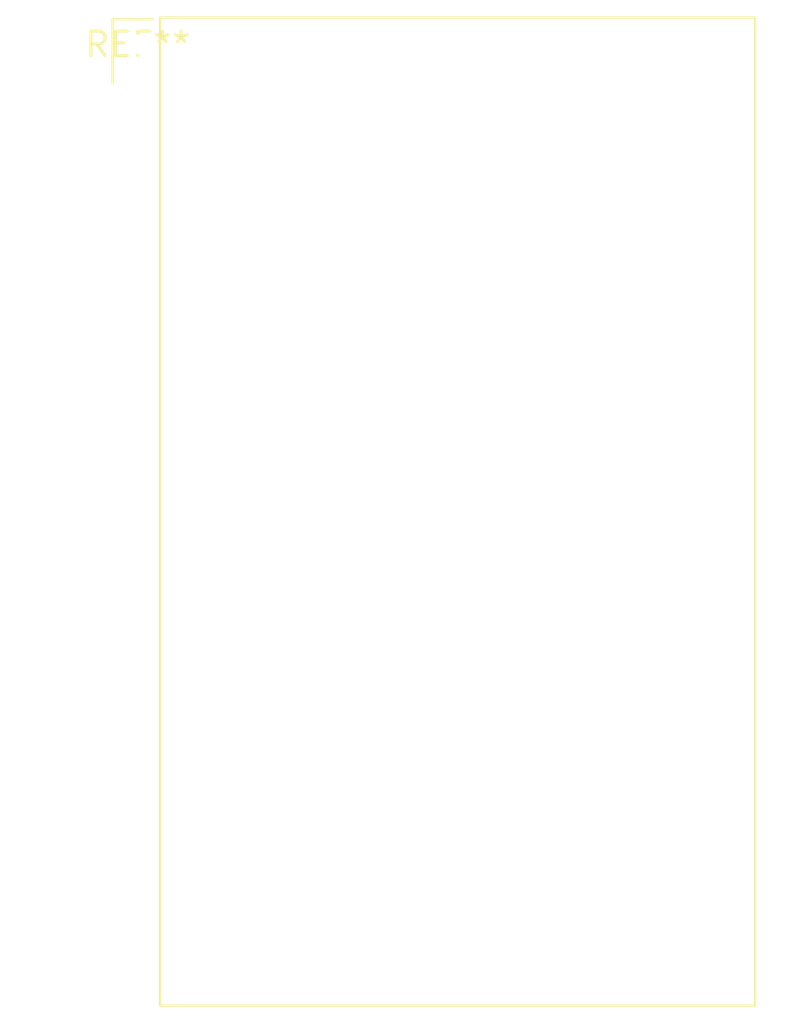
<source format=kicad_pcb>
(kicad_pcb (version 20240108) (generator pcbnew)
  (layers (0 "F.Cu" signal) (31 "B.Cu" signal) (34 "B.Paste" user) (35 "F.Paste" user) (36 "B.SilkS" user "B.Silkscreen") (37 "F.SilkS" user "F.Silkscreen") (38 "B.Mask" user) (39 "F.Mask" user) (44 "Edge.Cuts" user))
  (net 0 "")
  (footprint "DE119-XX-XX" (layer "F.Cu") (at 0 0)
    (property "Reference" "REF**")
    (property "Value" "DE119-XX-XX")
    (fp_line (start -1.3 -1.3) (end -1.3 2) (layer "F.SilkS") (stroke (width 0.12)))
    (fp_line (start -1.3 -1.3) (end 0.8 -1.3) (layer "F.SilkS") (stroke (width 0.12)))
    (fp_line (start 1.15 -1.39) (end 1.15 49.65) (layer "F.SilkS") (stroke (width 0.12)))
    (fp_line (start 1.15 49.65) (end 31.87 49.65) (layer "F.SilkS") (stroke (width 0.12)))
    (fp_line (start 31.87 -1.39) (end 1.15 -1.39) (layer "F.SilkS") (stroke (width 0.12)))
    (fp_line (start 31.87 49.65) (end 31.87 -1.39) (layer "F.SilkS") (stroke (width 0.12)))
    (pad "1" thru_hole rect (at 0 0 270) (size 1.5 1.524) (drill 1) (layers *.Cu *.Mask) (remove_unused_layers))
    (pad "2" thru_hole circle (at 0 2.54 270) (size 1.5 1.5) (drill 1) (layers *.Cu *.Mask) (remove_unused_layers))
    (pad "3" thru_hole circle (at 0 5.08 270) (size 1.5 1.5) (drill 1) (layers *.Cu *.Mask) (remove_unused_layers))
    (pad "4" thru_hole circle (at 0 7.62 270) (size 1.5 1.5) (drill 1) (layers *.Cu *.Mask) (remove_unused_layers))
    (pad "5" thru_hole circle (at 0 10.16 270) (size 1.5 1.5) (drill 1) (layers *.Cu *.Mask) (remove_unused_layers))
    (pad "6" thru_hole circle (at 0 12.7 270) (size 1.5 1.5) (drill 1) (layers *.Cu *.Mask) (remove_unused_layers))
    (pad "7" thru_hole circle (at 0 15.24 270) (size 1.5 1.5) (drill 1) (layers *.Cu *.Mask) (remove_unused_layers))
    (pad "8" thru_hole circle (at 0 17.78 270) (size 1.5 1.5) (drill 1) (layers *.Cu *.Mask) (remove_unused_layers))
    (pad "9" thru_hole circle (at 0 20.32 270) (size 1.5 1.5) (drill 1) (layers *.Cu *.Mask) (remove_unused_layers))
    (pad "10" thru_hole circle (at 0 22.86 270) (size 1.5 1.5) (drill 1) (layers *.Cu *.Mask) (remove_unused_layers))
    (pad "11" thru_hole circle (at 0 25.4 270) (size 1.5 1.5) (drill 1) (layers *.Cu *.Mask) (remove_unused_layers))
    (pad "12" thru_hole circle (at 0 27.94 270) (size 1.5 1.5) (drill 1) (layers *.Cu *.Mask) (remove_unused_layers))
    (pad "13" thru_hole circle (at 0 30.48 270) (size 1.5 1.5) (drill 1) (layers *.Cu *.Mask) (remove_unused_layers))
    (pad "14" thru_hole circle (at 0 33.02 270) (size 1.5 1.5) (drill 1) (layers *.Cu *.Mask) (remove_unused_layers))
    (pad "15" thru_hole circle (at 0 35.56 270) (size 1.5 1.5) (drill 1) (layers *.Cu *.Mask) (remove_unused_layers))
    (pad "16" thru_hole circle (at 0 38.1 270) (size 1.5 1.5) (drill 1) (layers *.Cu *.Mask) (remove_unused_layers))
    (pad "17" thru_hole circle (at 0 40.64 270) (size 1.5 1.5) (drill 1) (layers *.Cu *.Mask) (remove_unused_layers))
    (pad "18" thru_hole circle (at 0 43.18 270) (size 1.5 1.5) (drill 1) (layers *.Cu *.Mask) (remove_unused_layers))
    (pad "19" thru_hole circle (at 0 45.72 270) (size 1.5 1.5) (drill 1) (layers *.Cu *.Mask) (remove_unused_layers))
    (pad "20" thru_hole circle (at 0 48.26 270) (size 1.5 1.5) (drill 1) (layers *.Cu *.Mask) (remove_unused_layers))
    (pad "21" thru_hole circle (at 33.02 48.26 90) (size 1.5 1.5) (drill 1) (layers *.Cu *.Mask) (remove_unused_layers))
    (pad "22" thru_hole circle (at 33.02 45.72 90) (size 1.5 1.5) (drill 1) (layers *.Cu *.Mask) (remove_unused_layers))
    (pad "23" thru_hole circle (at 33.02 43.18 90) (size 1.5 1.5) (drill 1) (layers *.Cu *.Mask) (remove_unused_layers))
    (pad "24" thru_hole circle (at 33.02 40.64 90) (size 1.5 1.5) (drill 1) (layers *.Cu *.Mask) (remove_unused_layers))
    (pad "25" thru_hole circle (at 33.02 38.1 90) (size 1.5 1.5) (drill 1) (layers *.Cu *.Mask) (remove_unused_layers))
    (pad "26" thru_hole circle (at 33.02 35.56 270) (size 1.5 1.5) (drill 1) (layers *.Cu *.Mask) (remove_unused_layers))
    (pad "27" thru_hole circle (at 33.02 33.02 270) (size 1.5 1.5) (drill 1) (layers *.Cu *.Mask) (remove_unused_layers))
    (pad "28" thru_hole circle (at 33.02 30.48 270) (size 1.5 1.5) (drill 1) (layers *.Cu *.Mask) (remove_unused_layers))
    (pad "29" thru_hole circle (at 33.02 27.94 270) (size 1.5 1.5) (drill 1) (layers *.Cu *.Mask) (remove_unused_layers))
    (pad "30" thru_hole circle (at 33.02 25.4 270) (size 1.5 1.5) (drill 1) (layers *.Cu *.Mask) (remove_unused_layers))
    (pad "31" thru_hole circle (at 33.02 22.86 270) (size 1.5 1.5) (drill 1) (layers *.Cu *.Mask) (remove_unused_layers))
    (pad "32" thru_hole circle (at 33.02 20.32 270) (size 1.5 1.5) (drill 1) (layers *.Cu *.Mask) (remove_unused_layers))
    (pad "33" thru_hole circle (at 33.02 17.78 270) (size 1.5 1.5) (drill 1) (layers *.Cu *.Mask) (remove_unused_layers))
    (pad "34" thru_hole circle (at 33.02 15.24 270) (size 1.5 1.5) (drill 1) (layers *.Cu *.Mask) (remove_unused_layers))
    (pad "35" thru_hole circle (at 33.02 12.7 270) (size 1.5 1.5) (drill 1) (layers *.Cu *.Mask) (remove_unused_layers))
    (pad "36" thru_hole circle (at 33.02 10.16 270) (size 1.5 1.5) (drill 1) (layers *.Cu *.Mask) (remove_unused_layers))
    (pad "37" thru_hole circle (at 33.02 7.62 270) (size 1.5 1.5) (drill 1) (layers *.Cu *.Mask) (remove_unused_layers))
    (pad "38" thru_hole circle (at 33.02 5.08 270) (size 1.5 1.5) (drill 1) (layers *.Cu *.Mask) (remove_unused_layers))
    (pad "39" thru_hole circle (at 33.02 2.54 270) (size 1.5 1.5) (drill 1) (layers *.Cu *.Mask) (remove_unused_layers))
    (pad "40" thru_hole circle (at 33.02 0 270) (size 1.5 1.5) (drill 1) (layers *.Cu *.Mask) (remove_unused_layers))
  )
)
</source>
